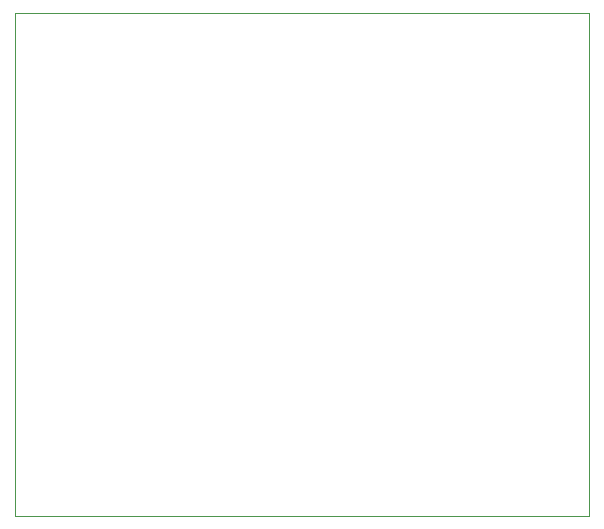
<source format=gbr>
%TF.GenerationSoftware,KiCad,Pcbnew,7.0.8*%
%TF.CreationDate,2023-11-08T21:29:47-08:00*%
%TF.ProjectId,ff,66662e6b-6963-4616-945f-706362585858,rev?*%
%TF.SameCoordinates,Original*%
%TF.FileFunction,Profile,NP*%
%FSLAX46Y46*%
G04 Gerber Fmt 4.6, Leading zero omitted, Abs format (unit mm)*
G04 Created by KiCad (PCBNEW 7.0.8) date 2023-11-08 21:29:47*
%MOMM*%
%LPD*%
G01*
G04 APERTURE LIST*
%TA.AperFunction,Profile*%
%ADD10C,0.100000*%
%TD*%
G04 APERTURE END LIST*
D10*
X127680000Y-57760000D02*
X176320000Y-57760000D01*
X176320000Y-100320000D01*
X127680000Y-100320000D01*
X127680000Y-57760000D01*
M02*

</source>
